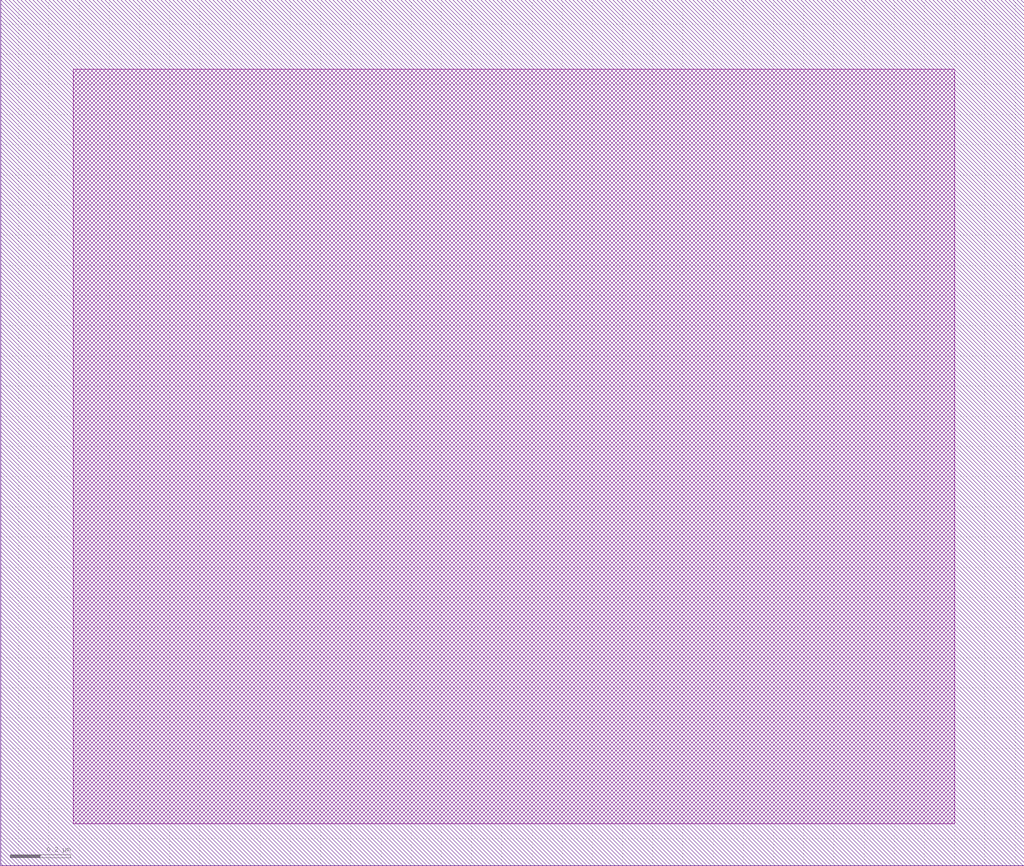
<source format=lef>
VERSION 5.7 ;
  NOWIREEXTENSIONATPIN ON ;
  DIVIDERCHAR "/" ;
  BUSBITCHARS "[]" ;
UNITS
  DATABASE MICRONS 200 ;
END UNITS

LAYER via2
  TYPE CUT ;
END via2

LAYER via
  TYPE CUT ;
END via

LAYER nwell
  TYPE MASTERSLICE ;
END nwell

LAYER via3
  TYPE CUT ;
END via3

LAYER pwell
  TYPE MASTERSLICE ;
END pwell

LAYER via4
  TYPE CUT ;
END via4

LAYER mcon
  TYPE CUT ;
END mcon

LAYER met6
  TYPE ROUTING ;
  WIDTH 0.030000 ;
  SPACING 0.040000 ;
  DIRECTION HORIZONTAL ;
END met6

LAYER met1
  TYPE ROUTING ;
  WIDTH 0.140000 ;
  SPACING 0.140000 ;
  DIRECTION HORIZONTAL ;
END met1

LAYER met3
  TYPE ROUTING ;
  WIDTH 0.300000 ;
  SPACING 0.300000 ;
  DIRECTION HORIZONTAL ;
END met3

LAYER met2
  TYPE ROUTING ;
  WIDTH 0.140000 ;
  SPACING 0.140000 ;
  DIRECTION HORIZONTAL ;
END met2

LAYER met4
  TYPE ROUTING ;
  WIDTH 0.300000 ;
  SPACING 0.300000 ;
  DIRECTION HORIZONTAL ;
END met4

LAYER met5
  TYPE ROUTING ;
  WIDTH 1.600000 ;
  SPACING 1.600000 ;
  DIRECTION HORIZONTAL ;
END met5

LAYER li1
  TYPE ROUTING ;
  WIDTH 0.170000 ;
  SPACING 0.170000 ;
  DIRECTION HORIZONTAL ;
END li1

MACRO sky130_hilas_pFETLargePart1
  CLASS BLOCK ;
  FOREIGN sky130_hilas_pFETLargePart1 ;
  ORIGIN 0.060 0.090 ;
  SIZE 3.390 BY 2.870 ;
  OBS
      LAYER li1 ;
        RECT 0.180 0.050 3.100 2.550 ;
  END
END sky130_hilas_pFETLargePart1
END LIBRARY


</source>
